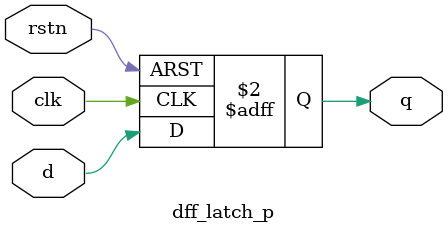
<source format=sv>
module dff_latch_p (input d,
              input rstn,
              input clk,
              output reg q);
   always @ (posedge clk or negedge rstn)
   begin
       if (rstn)
        q <= d;
       else //else part is present so latch not inferred
        q<=0;
   end
endmodule
</source>
